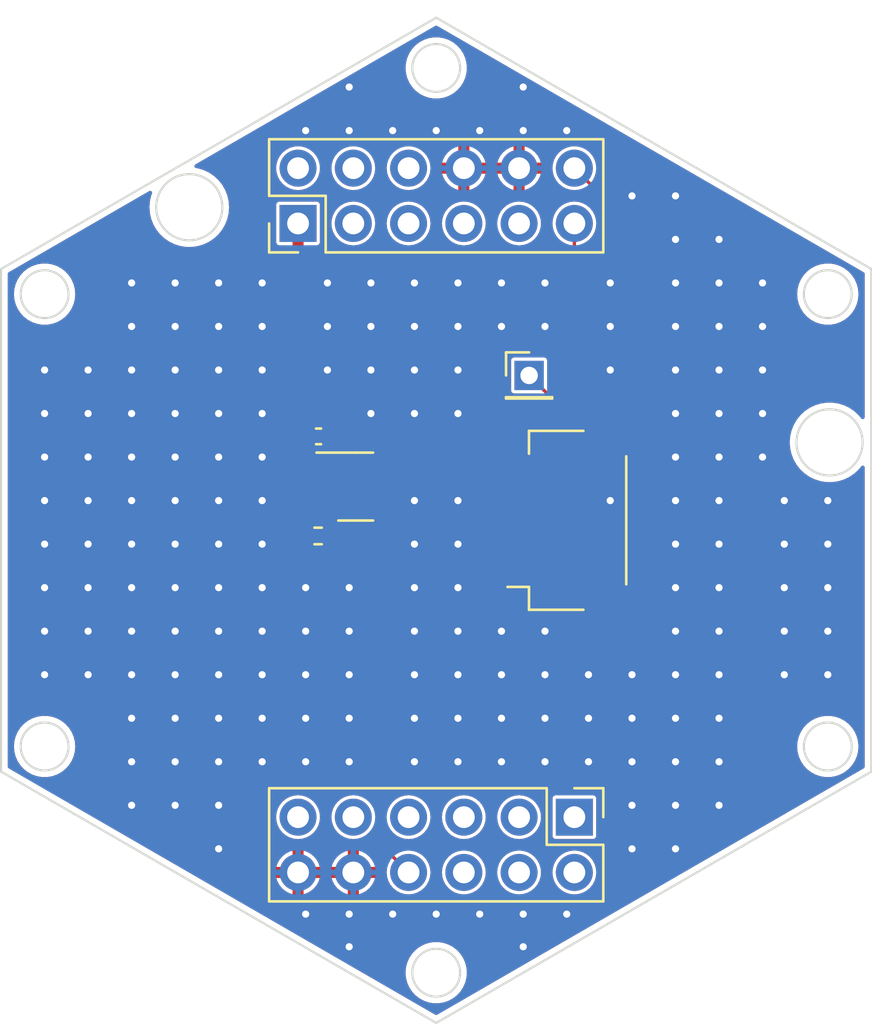
<source format=kicad_pcb>
(kicad_pcb (version 20221018) (generator pcbnew)
  (layers (0 "F.Cu" signal) (31 "B.Cu" signal) (34 "B.Paste" user) (35 "F.Paste" user) (36 "B.SilkS" user "B.Silkscreen") (37 "F.SilkS" user "F.Silkscreen") (38 "B.Mask" user) (39 "F.Mask" user) (44 "Edge.Cuts" user))
  (net 0 "")
  (net 1 "GND")
  (net 2 "/D8")
  (net 3 "/A5")
  (net 4 "/VBAT")
  (net 5 "/RXD")
  (net 6 "/BURN_EN")
  (net 7 "/A3")
  (net 8 "/SDA")
  (net 9 "/SCL")
  (net 10 "/A2")
  (net 11 "/D12")
  (net 12 "/VBUS")
  (net 13 "/BAT_BR")
  (net 14 "/D10")
  (net 15 "/MOSI")
  (net 16 "/D1")
  (net 17 "/SCK")
  (net 18 "/D3")
  (net 19 "/D2")
  (net 20 "/A4")
  (net 21 "/MISO")
  (net 22 "Net-(J3-Pad4)")
  (net 25 "VCC")
  (footprint "Connector_PinHeader_2.00mm:PinHeader_1x01_P2.00mm_Vertical" (layer "F.Cu") (at 154.43 93.448621)
    (fp_text reference "J4" hide)
    (fp_text value "pin")
    (fp_line (start -1.06 -1.06) (end 0 -1.06) (stroke (width 0.12)) (layer "F.SilkS"))
    (fp_line (start -1.06 0) (end -1.06 -1.06) (stroke (width 0.12)) (layer "F.SilkS"))
    (fp_line (start -1.06 1) (end -1.06 1.06) (stroke (width 0.12)) (layer "F.SilkS"))
    (fp_line (start -1.06 1) (end 1.06 1) (stroke (width 0.12)) (layer "F.SilkS"))
    (fp_line (start -1.06 1.06) (end 1.06 1.06) (stroke (width 0.12)) (layer "F.SilkS"))
    (fp_line (start 1.06 1) (end 1.06 1.06) (stroke (width 0.12)) (layer "F.SilkS"))
    (pad "1" thru_hole rect (at 0 0) (size 1.35 1.35) (drill 0.8) (layers "*.Cu" "*.Mask") (net 22 "Net-(J3-Pad4)"))
  )
  (footprint "Connector_PinHeader_2.54mm:PinHeader_2x06_P2.54mm_Vertical" (layer "F.Cu") (at 143.81 86.465599 90)
    (fp_text reference "J1" hide)
    (fp_text value "Conn_02x06_Odd_Even" hide)
    (fp_line (start -1.33 -1.33) (end 0 -1.33) (stroke (width 0.12)) (layer "F.SilkS"))
    (fp_line (start -1.33 0) (end -1.33 -1.33) (stroke (width 0.12)) (layer "F.SilkS"))
    (fp_line (start -1.33 1.27) (end -1.33 14.03) (stroke (width 0.12)) (layer "F.SilkS"))
    (fp_line (start -1.33 1.27) (end 1.27 1.27) (stroke (width 0.12)) (layer "F.SilkS"))
    (fp_line (start -1.33 14.03) (end 3.87 14.03) (stroke (width 0.12)) (layer "F.SilkS"))
    (fp_line (start 1.27 -1.33) (end 3.87 -1.33) (stroke (width 0.12)) (layer "F.SilkS"))
    (fp_line (start 1.27 1.27) (end 1.27 -1.33) (stroke (width 0.12)) (layer "F.SilkS"))
    (fp_line (start 3.87 -1.33) (end 3.87 14.03) (stroke (width 0.12)) (layer "F.SilkS"))
    (pad "1" thru_hole rect (at 0 0 90) (size 1.7 1.7) (drill 1) (layers "*.Cu" "*.Mask") (net 4 "/VBAT"))
    (pad "2" thru_hole oval (at 2.54 0 90) (size 1.7 1.7) (drill 1) (layers "*.Cu" "*.Mask") (net 2 "/D8"))
    (pad "3" thru_hole oval (at 0 2.54 90) (size 1.7 1.7) (drill 1) (layers "*.Cu" "*.Mask") (net 3 "/A5"))
    (pad "4" thru_hole oval (at 2.54 2.54 90) (size 1.7 1.7) (drill 1) (layers "*.Cu" "*.Mask") (net 7 "/A3"))
    (pad "5" thru_hole oval (at 0 5.08 90) (size 1.7 1.7) (drill 1) (layers "*.Cu" "*.Mask") (net 12 "/VBUS"))
    (pad "6" thru_hole oval (at 2.54 5.08 90) (size 1.7 1.7) (drill 1) (layers "*.Cu" "*.Mask") (net 10 "/A2"))
    (pad "7" thru_hole oval (at 0 7.62 90) (size 1.7 1.7) (drill 1) (layers "*.Cu" "*.Mask") (net 5 "/RXD"))
    (pad "8" thru_hole oval (at 2.54 7.62 90) (size 1.7 1.7) (drill 1) (layers "*.Cu" "*.Mask") (net 1 "GND"))
    (pad "9" thru_hole oval (at 0 10.16 90) (size 1.7 1.7) (drill 1) (layers "*.Cu" "*.Mask") (net 6 "/BURN_EN"))
    (pad "10" thru_hole oval (at 2.54 10.16 90) (size 1.7 1.7) (drill 1) (layers "*.Cu" "*.Mask") (net 1 "GND"))
    (pad "11" thru_hole oval (at 0 12.7 90) (size 1.7 1.7) (drill 1) (layers "*.Cu" "*.Mask") (net 8 "/SDA"))
    (pad "12" thru_hole oval (at 2.54 12.7 90) (size 1.7 1.7) (drill 1) (layers "*.Cu" "*.Mask") (net 9 "/SCL"))
  )
  (footprint "Connector_PinHeader_2.54mm:PinHeader_2x06_P2.54mm_Vertical" (layer "F.Cu") (at 156.51 113.743621 -90)
    (fp_text reference "J2" hide)
    (fp_text value "Conn_02x06_Odd_Even" hide)
    (fp_line (start -1.33 -1.33) (end 0 -1.33) (stroke (width 0.12)) (layer "F.SilkS"))
    (fp_line (start -1.33 0) (end -1.33 -1.33) (stroke (width 0.12)) (layer "F.SilkS"))
    (fp_line (start -1.33 1.27) (end -1.33 14.03) (stroke (width 0.12)) (layer "F.SilkS"))
    (fp_line (start -1.33 1.27) (end 1.27 1.27) (stroke (width 0.12)) (layer "F.SilkS"))
    (fp_line (start -1.33 14.03) (end 3.87 14.03) (stroke (width 0.12)) (layer "F.SilkS"))
    (fp_line (start 1.27 -1.33) (end 3.87 -1.33) (stroke (width 0.12)) (layer "F.SilkS"))
    (fp_line (start 1.27 1.27) (end 1.27 -1.33) (stroke (width 0.12)) (layer "F.SilkS"))
    (fp_line (start 3.87 -1.33) (end 3.87 14.03) (stroke (width 0.12)) (layer "F.SilkS"))
    (pad "1" thru_hole rect (at 0 0 270) (size 1.7 1.7) (drill 1) (layers "*.Cu" "*.Mask") (net 11 "/D12"))
    (pad "2" thru_hole oval (at 2.54 0 270) (size 1.7 1.7) (drill 1) (layers "*.Cu" "*.Mask") (net 14 "/D10"))
    (pad "3" thru_hole oval (at 0 2.54 270) (size 1.7 1.7) (drill 1) (layers "*.Cu" "*.Mask") (net 15 "/MOSI"))
    (pad "4" thru_hole oval (at 2.54 2.54 270) (size 1.7 1.7) (drill 1) (layers "*.Cu" "*.Mask") (net 16 "/D1"))
    (pad "5" thru_hole oval (at 0 5.08 270) (size 1.7 1.7) (drill 1) (layers "*.Cu" "*.Mask") (net 17 "/SCK"))
    (pad "6" thru_hole oval (at 2.54 5.08 270) (size 1.7 1.7) (drill 1) (layers "*.Cu" "*.Mask") (net 18 "/D3"))
    (pad "7" thru_hole oval (at 0 7.62 270) (size 1.7 1.7) (drill 1) (layers "*.Cu" "*.Mask") (net 19 "/D2"))
    (pad "8" thru_hole oval (at 2.54 7.62 270) (size 1.7 1.7) (drill 1) (layers "*.Cu" "*.Mask") (net 20 "/A4"))
    (pad "9" thru_hole oval (at 0 10.16 270) (size 1.7 1.7) (drill 1) (layers "*.Cu" "*.Mask") (net 21 "/MISO"))
    (pad "10" thru_hole oval (at 2.54 10.16 270) (size 1.7 1.7) (drill 1) (layers "*.Cu" "*.Mask") (net 1 "GND"))
    (pad "11" thru_hole oval (at 0 12.7 270) (size 1.7 1.7) (drill 1) (layers "*.Cu" "*.Mask") (net 13 "/BAT_BR"))
    (pad "12" thru_hole oval (at 2.54 12.7 270) (size 1.7 1.7) (drill 1) (layers "*.Cu" "*.Mask") (net 1 "GND"))
  )
  (footprint "Package_TO_SOT_SMD:SOT-23-5" (layer "F.Cu") (at 146.46 98.55461)
    (fp_text reference "U1" hide)
    (fp_text value "AP2112K-3.3")
    (fp_line (start 0 -1.56) (end -1.8 -1.56) (stroke (width 0.12)) (layer "F.SilkS"))
    (fp_line (start 0 -1.56) (end 0.8 -1.56) (stroke (width 0.12)) (layer "F.SilkS"))
    (fp_line (start 0 1.56) (end -0.8 1.56) (stroke (width 0.12)) (layer "F.SilkS"))
    (fp_line (start 0 1.56) (end 0.8 1.56) (stroke (width 0.12)) (layer "F.SilkS"))
    (pad "1" smd roundrect (at -1.1375 -0.95) (size 1.325 0.6) (layers "F.Cu" "F.Paste" "F.Mask") (net 4 "/VBAT"))
    (pad "2" smd roundrect (at -1.1375 0) (size 1.325 0.6) (layers "F.Cu" "F.Paste" "F.Mask") (net 1 "GND"))
    (pad "3" smd roundrect (at -1.1375 0.95) (size 1.325 0.6) (layers "F.Cu" "F.Paste" "F.Mask") (net 20 "/A4"))
    (pad "4" smd roundrect (at 1.1375 0.95) (size 1.325 0.6) (layers "F.Cu" "F.Paste" "F.Mask"))
    (pad "5" smd roundrect (at 1.1375 -0.95) (size 1.325 0.6) (layers "F.Cu" "F.Paste" "F.Mask") (net 25 "VCC"))
  )
  (footprint "Resistor_SMD:R_0402_1005Metric_Pad0.72x0.64mm_HandSolder" (layer "F.Cu") (at 144.7325 100.823621 180)
    (fp_text reference "R1" hide)
    (fp_text value "10k")
    (fp_line (start -0.167621 -0.38) (end 0.167621 -0.38) (stroke (width 0.12)) (layer "F.SilkS"))
    (fp_line (start -0.167621 0.38) (end 0.167621 0.38) (stroke (width 0.12)) (layer "F.SilkS"))
    (pad "1" smd roundrect (at -0.5975 0 180) (size 0.715 0.64) (layers "F.Cu" "F.Paste" "F.Mask") (net 20 "/A4"))
    (pad "2" smd roundrect (at 0.5975 0 180) (size 0.715 0.64) (layers "F.Cu" "F.Paste" "F.Mask") (net 1 "GND"))
  )
  (footprint "Connector_JST:JST_SH_SM06B-SRSS-TB_1x06-1MP_P1.00mm_Horizontal" (layer "F.Cu") (at 156.21 100.10461 90)
    (fp_text reference "J3" hide)
    (fp_text value "SM06B-SRSS-TB(LF)(SN)")
    (fp_line (start -4.11 -1.785) (end -3.06 -1.785) (stroke (width 0.12)) (layer "F.SilkS"))
    (fp_line (start -4.11 0.715) (end -4.11 -1.785) (stroke (width 0.12)) (layer "F.SilkS"))
    (fp_line (start -3.06 -1.785) (end -3.06 -2.775) (stroke (width 0.12)) (layer "F.SilkS"))
    (fp_line (start -2.94 2.685) (end 2.94 2.685) (stroke (width 0.12)) (layer "F.SilkS"))
    (fp_line (start 4.11 -1.785) (end 3.06 -1.785) (stroke (width 0.12)) (layer "F.SilkS"))
    (fp_line (start 4.11 0.715) (end 4.11 -1.785) (stroke (width 0.12)) (layer "F.SilkS"))
    (pad "1" smd roundrect (at -2.5 -2 90) (size 0.6 1.55) (layers "F.Cu" "F.Paste" "F.Mask") (net 1 "GND"))
    (pad "2" smd roundrect (at -1.5 -2 90) (size 0.6 1.55) (layers "F.Cu" "F.Paste" "F.Mask") (net 9 "/SCL"))
    (pad "3" smd roundrect (at -0.5 -2 90) (size 0.6 1.55) (layers "F.Cu" "F.Paste" "F.Mask") (net 8 "/SDA"))
    (pad "4" smd roundrect (at 0.5 -2 90) (size 0.6 1.55) (layers "F.Cu" "F.Paste" "F.Mask") (net 22 "Net-(J3-Pad4)"))
    (pad "5" smd roundrect (at 1.5 -2 90) (size 0.6 1.55) (layers "F.Cu" "F.Paste" "F.Mask"))
    (pad "6" smd roundrect (at 2.5 -2 90) (size 0.6 1.55) (layers "F.Cu" "F.Paste" "F.Mask") (net 25 "VCC"))
    (pad "MP" smd roundrect (at -3.8 1.875 90) (size 1.2 1.8) (layers "F.Cu" "F.Paste" "F.Mask") (roundrect_rratio 0.2083333333) (net 1 "GND"))
    (pad "MP" smd roundrect (at 3.8 1.875 90) (size 1.2 1.8) (layers "F.Cu" "F.Paste" "F.Mask") (roundrect_rratio 0.2083333333) (net 1 "GND"))
  )
  (footprint "Capacitor_SMD:C_0402_1005Metric_Pad0.74x0.62mm_HandSolder" (layer "F.Cu") (at 144.7525 96.248621 180)
    (fp_text reference "C1" hide)
    (fp_text value "0.1uF")
    (fp_line (start -0.115835 -0.36) (end 0.115835 -0.36) (stroke (width 0.12)) (layer "F.SilkS"))
    (fp_line (start -0.115835 0.36) (end 0.115835 0.36) (stroke (width 0.12)) (layer "F.SilkS"))
    (pad "1" smd roundrect (at -0.5675 0 180) (size 0.735 0.62) (layers "F.Cu" "F.Paste" "F.Mask") (net 4 "/VBAT"))
    (pad "2" smd roundrect (at 0.5675 0 180) (size 0.735 0.62) (layers "F.Cu" "F.Paste" "F.Mask") (net 1 "GND"))
  )
  (gr_line (start 130.16 88.557605) (end 130.16 111.651615) (stroke (width 0.1)) (layer "Edge.Cuts"))
  (gr_circle (center 168.16 110.496915) (end 169.26 110.496915) (stroke (width 0.1)) (fill none) (layer "Edge.Cuts"))
  (gr_circle (center 138.81 85.719311) (end 139.06 84.219311) (stroke (width 0.1)) (fill none) (layer "Edge.Cuts"))
  (gr_line (start 130.16 111.651615) (end 150.16 123.198621) (stroke (width 0.1)) (layer "Edge.Cuts"))
  (gr_circle (center 168.16 89.712305) (end 169.26 89.712305) (stroke (width 0.1)) (fill none) (layer "Edge.Cuts"))
  (gr_circle (center 132.16 89.712305) (end 133.26 89.712305) (stroke (width 0.1)) (fill none) (layer "Edge.Cuts"))
  (gr_line (start 150.16 77.010599) (end 130.16 88.557605) (stroke (width 0.1)) (layer "Edge.Cuts"))
  (gr_line (start 170.16 88.557605) (end 150.16 77.010599) (stroke (width 0.1)) (layer "Edge.Cuts"))
  (gr_circle (center 168.23931 96.523621) (end 168.48931 95.023621) (stroke (width 0.1)) (fill none) (layer "Edge.Cuts"))
  (gr_circle (center 150.16 79.32) (end 151.26 79.32) (stroke (width 0.1)) (fill none) (layer "Edge.Cuts"))
  (gr_circle (center 150.16 120.88922) (end 151.26 120.88922) (stroke (width 0.1)) (fill none) (layer "Edge.Cuts"))
  (gr_line (start 170.16 111.651615) (end 170.16 88.557605) (stroke (width 0.1)) (layer "Edge.Cuts"))
  (gr_line (start 150.16 123.198621) (end 170.16 111.651615) (stroke (width 0.1)) (layer "Edge.Cuts"))
  (gr_circle (center 132.16 110.496915) (end 133.26 110.496915) (stroke (width 0.1)) (fill none) (layer "Edge.Cuts"))
  (via (at 163.16 89.198621) (size 0.6604) (drill 0.3302) (layers "F.Cu" "B.Cu") (net 1))
  (via (at 138.16 107.198621) (size 0.6604) (drill 0.3302) (layers "F.Cu" "B.Cu") (net 1))
  (via (at 155.16 105.198621) (size 0.6604) (drill 0.3302) (layers "F.Cu" "B.Cu") (net 1))
  (via (at 165.16 91.198621) (size 0.6604) (drill 0.3302) (layers "F.Cu" "B.Cu") (net 1))
  (via (at 165.16 89.198621) (size 0.6604) (drill 0.3302) (layers "F.Cu" "B.Cu") (net 1))
  (via (at 152.16 118.198621) (size 0.6604) (drill 0.3302) (layers "F.Cu" "B.Cu") (net 1))
  (via (at 140.16 91.198621) (size 0.6604) (drill 0.3302) (layers "F.Cu" "B.Cu") (net 1))
  (via (at 134.16 103.198621) (size 0.6604) (drill 0.3302) (layers "F.Cu" "B.Cu") (net 1))
  (via (at 136.16 107.198621) (size 0.6604) (drill 0.3302) (layers "F.Cu" "B.Cu") (net 1))
  (via (at 163.16 93.198621) (size 0.6604) (drill 0.3302) (layers "F.Cu" "B.Cu") (net 1))
  (via (at 140.16 113.198621) (size 0.6604) (drill 0.3302) (layers "F.Cu" "B.Cu") (net 1))
  (via (at 132.16 107.198621) (size 0.6604) (drill 0.3302) (layers "F.Cu" "B.Cu") (net 1))
  (via (at 149.16 103.198621) (size 0.6604) (drill 0.3302) (layers "F.Cu" "B.Cu") (net 1))
  (via (at 134.16 107.198621) (size 0.6604) (drill 0.3302) (layers "F.Cu" "B.Cu") (net 1))
  (via (at 150.16 82.198621) (size 0.6604) (drill 0.3302) (layers "F.Cu" "B.Cu") (net 1))
  (via (at 144.16 107.198621) (size 0.6604) (drill 0.3302) (layers "F.Cu" "B.Cu") (net 1))
  (via (at 142.16 91.198621) (size 0.6604) (drill 0.3302) (layers "F.Cu" "B.Cu") (net 1))
  (via (at 153.16 91.198621) (size 0.6604) (drill 0.3302) (layers "F.Cu" "B.Cu") (net 1))
  (via (at 161.16 107.198621) (size 0.6604) (drill 0.3302) (layers "F.Cu" "B.Cu") (net 1))
  (via (at 146.16 111.198621) (size 0.6604) (drill 0.3302) (layers "F.Cu" "B.Cu") (net 1))
  (via (at 163.16 109.198621) (size 0.6604) (drill 0.3302) (layers "F.Cu" "B.Cu") (net 1))
  (via (at 161.16 113.198621) (size 0.6604) (drill 0.3302) (layers "F.Cu" "B.Cu") (net 1))
  (via (at 166.16 101.198621) (size 0.6604) (drill 0.3302) (layers "F.Cu" "B.Cu") (net 1))
  (via (at 147.16 95.198621) (size 0.6604) (drill 0.3302) (layers "F.Cu" "B.Cu") (net 1))
  (via (at 161.16 105.198621) (size 0.6604) (drill 0.3302) (layers "F.Cu" "B.Cu") (net 1))
  (via (at 144.16 105.198621) (size 0.6604) (drill 0.3302) (layers "F.Cu" "B.Cu") (net 1))
  (via (at 138.16 113.198621) (size 0.6604) (drill 0.3302) (layers "F.Cu" "B.Cu") (net 1))
  (via (at 155.16 111.198621) (size 0.6604) (drill 0.3302) (layers "F.Cu" "B.Cu") (net 1))
  (via (at 140.16 103.198621) (size 0.6604) (drill 0.3302) (layers "F.Cu" "B.Cu") (net 1))
  (via (at 155.16 89.198621) (size 0.6604) (drill 0.3302) (layers "F.Cu" "B.Cu") (net 1))
  (via (at 142.16 105.198621) (size 0.6604) (drill 0.3302) (layers "F.Cu" "B.Cu") (net 1))
  (via (at 140.16 109.198621) (size 0.6604) (drill 0.3302) (layers "F.Cu" "B.Cu") (net 1))
  (via (at 165.16 97.198621) (size 0.6604) (drill 0.3302) (layers "F.Cu" "B.Cu") (net 1))
  (via (at 149.16 95.198621) (size 0.6604) (drill 0.3302) (layers "F.Cu" "B.Cu") (net 1))
  (via (at 149.16 101.198621) (size 0.6604) (drill 0.3302) (layers "F.Cu" "B.Cu") (net 1))
  (via (at 136.16 97.198621) (size 0.6604) (drill 0.3302) (layers "F.Cu" "B.Cu") (net 1))
  (via (at 149.16 105.198621) (size 0.6604) (drill 0.3302) (layers "F.Cu" "B.Cu") (net 1))
  (via (at 161.16 115.198621) (size 0.6604) (drill 0.3302) (layers "F.Cu" "B.Cu") (net 1))
  (via (at 134.16 95.198621) (size 0.6604) (drill 0.3302) (layers "F.Cu" "B.Cu") (net 1))
  (via (at 157.16 107.198621) (size 0.6604) (drill 0.3302) (layers "F.Cu" "B.Cu") (net 1))
  (via (at 166.16 105.198621) (size 0.6604) (drill 0.3302) (layers "F.Cu" "B.Cu") (net 1))
  (via (at 163.16 101.198621) (size 0.6604) (drill 0.3302) (layers "F.Cu" "B.Cu") (net 1))
  (via (at 144.16 103.198621) (size 0.6604) (drill 0.3302) (layers "F.Cu" "B.Cu") (net 1))
  (via (at 149.16 109.198621) (size 0.6604) (drill 0.3302) (layers "F.Cu" "B.Cu") (net 1))
  (via (at 158.16 93.198621) (size 0.6604) (drill 0.3302) (layers "F.Cu" "B.Cu") (net 1))
  (via (at 161.16 111.198621) (size 0.6604) (drill 0.3302) (layers "F.Cu" "B.Cu") (net 1))
  (via (at 138.16 97.198621) (size 0.6604) (drill 0.3302) (layers "F.Cu" "B.Cu") (net 1))
  (via (at 159.16 113.198621) (size 0.6604) (drill 0.3302) (layers "F.Cu" "B.Cu") (net 1))
  (via (at 161.16 91.198621) (size 0.6604) (drill 0.3302) (layers "F.Cu" "B.Cu") (net 1))
  (via (at 140.16 89.198621) (size 0.6604) (drill 0.3302) (layers "F.Cu" "B.Cu") (net 1))
  (via (at 154.16 80.198621) (size 0.6604) (drill 0.3302) (layers "F.Cu" "B.Cu") (net 1))
  (via (at 146.16 82.198621) (size 0.6604) (drill 0.3302) (layers "F.Cu" "B.Cu") (net 1))
  (via (at 146.16 80.198621) (size 0.6604) (drill 0.3302) (layers "F.Cu" "B.Cu") (net 1))
  (via (at 138.16 93.198621) (size 0.6604) (drill 0.3302) (layers "F.Cu" "B.Cu") (net 1))
  (via (at 142.16 93.198621) (size 0.6604) (drill 0.3302) (layers "F.Cu" "B.Cu") (net 1))
  (via (at 149.16 89.198621) (size 0.6604) (drill 0.3302) (layers "F.Cu" "B.Cu") (net 1))
  (via (at 155.16 109.198621) (size 0.6604) (drill 0.3302) (layers "F.Cu" "B.Cu") (net 1))
  (via (at 136.16 111.198621) (size 0.6604) (drill 0.3302) (layers "F.Cu" "B.Cu") (net 1))
  (via (at 140.16 111.198621) (size 0.6604) (drill 0.3302) (layers "F.Cu" "B.Cu") (net 1))
  (via (at 153.16 89.198621) (size 0.6604) (drill 0.3302) (layers "F.Cu" "B.Cu") (net 1))
  (via (at 159.16 85.198621) (size 0.6604) (drill 0.3302) (layers "F.Cu" "B.Cu") (net 1))
  (via (at 159.16 115.198621) (size 0.6604) (drill 0.3302) (layers "F.Cu" "B.Cu") (net 1))
  (via (at 146.16 118.198621) (size 0.6604) (drill 0.3302) (layers "F.Cu" "B.Cu") (net 1))
  (via (at 147.16 93.198621) (size 0.6604) (drill 0.3302) (layers "F.Cu" "B.Cu") (net 1))
  (via (at 156.16 82.198621) (size 0.6604) (drill 0.3302) (layers "F.Cu" "B.Cu") (net 1))
  (via (at 153.16 109.198621) (size 0.6604) (drill 0.3302) (layers "F.Cu" "B.Cu") (net 1))
  (via (at 142.16 109.198621) (size 0.6604) (drill 0.3302) (layers "F.Cu" "B.Cu") (net 1))
  (via (at 140.16 93.198621) (size 0.6604) (drill 0.3302) (layers "F.Cu" "B.Cu") (net 1))
  (via (at 158.16 91.198621) (size 0.6604) (drill 0.3302) (layers "F.Cu" "B.Cu") (net 1))
  (via (at 166.16 103.198621) (size 0.6604) (drill 0.3302) (layers "F.Cu" "B.Cu") (net 1))
  (via (at 161.16 97.198621) (size 0.6604) (drill 0.3302) (layers "F.Cu" "B.Cu") (net 1))
  (via (at 168.16 99.198621) (size 0.6604) (drill 0.3302) (layers "F.Cu" "B.Cu") (net 1))
  (via (at 134.16 101.198621) (size 0.6604) (drill 0.3302) (layers "F.Cu" "B.Cu") (net 1))
  (via (at 142.16 101.198621) (size 0.6604) (drill 0.3302) (layers "F.Cu" "B.Cu") (net 1))
  (via (at 151.16 89.198621) (size 0.6604) (drill 0.3302) (layers "F.Cu" "B.Cu") (net 1))
  (via (at 151.16 99.198621) (size 0.6604) (drill 0.3302) (layers "F.Cu" "B.Cu") (net 1))
  (via (at 163.16 111.198621) (size 0.6604) (drill 0.3302) (layers "F.Cu" "B.Cu") (net 1))
  (via (at 151.16 111.198621) (size 0.6604) (drill 0.3302) (layers "F.Cu" "B.Cu") (net 1))
  (via (at 154.16 82.198621) (size 0.6604) (drill 0.3302) (layers "F.Cu" "B.Cu") (net 1))
  (via (at 145.16 89.198621) (size 0.6604) (drill 0.3302) (layers "F.Cu" "B.Cu") (net 1))
  (via (at 157.16 111.198621) (size 0.6604) (drill 0.3302) (layers "F.Cu" "B.Cu") (net 1))
  (via (at 140.16 97.198621) (size 0.6604) (drill 0.3302) (layers "F.Cu" "B.Cu") (net 1))
  (via (at 146.16 107.198621) (size 0.6604) (drill 0.3302) (layers "F.Cu" "B.Cu") (net 1))
  (via (at 134.16 99.198621) (size 0.6604) (drill 0.3302) (layers "F.Cu" "B.Cu") (net 1))
  (via (at 138.16 99.198621) (size 0.6604) (drill 0.3302) (layers "F.Cu" "B.Cu") (net 1))
  (via (at 144.16 109.198621) (size 0.6604) (drill 0.3302) (layers "F.Cu" "B.Cu") (net 1))
  (via (at 136.16 105.198621) (size 0.6604) (drill 0.3302) (layers "F.Cu" "B.Cu") (net 1))
  (via (at 136.16 95.198621) (size 0.6604) (drill 0.3302) (layers "F.Cu" "B.Cu") (net 1))
  (via (at 158.16 99.198621) (size 0.6604) (drill 0.3302) (layers "F.Cu" "B.Cu") (net 1))
  (via (at 161.16 95.198621) (size 0.6604) (drill 0.3302) (layers "F.Cu" "B.Cu") (net 1))
  (via (at 142.16 95.198621) (size 0.6604) (drill 0.3302) (layers "F.Cu" "B.Cu") (net 1))
  (via (at 166.16 99.198621) (size 0.6604) (drill 0.3302) (layers "F.Cu" "B.Cu") (net 1))
  (via (at 149.16 107.198621) (size 0.6604) (drill 0.3302) (layers "F.Cu" "B.Cu") (net 1))
  (via (at 154.16 119.698621) (size 0.6604) (drill 0.3302) (layers "F.Cu" "B.Cu") (net 1))
  (via (at 163.16 103.198621) (size 0.6604) (drill 0.3302) (layers "F.Cu" "B.Cu") (net 1))
  (via (at 153.16 107.198621) (size 0.6604) (drill 0.3302) (layers "F.Cu" "B.Cu") (net 1))
  (via (at 149.16 111.198621) (size 0.6604) (drill 0.3302) (layers "F.Cu" "B.Cu") (net 1))
  (via (at 154.16 118.198621) (size 0.6604) (drill 0.3302) (layers "F.Cu" "B.Cu") (net 1))
  (via (at 145.16 91.198621) (size 0.6604) (drill 0.3302) (layers "F.Cu" "B.Cu") (net 1))
  (via (at 161.16 89.198621) (size 0.6604) (drill 0.3302) (layers "F.Cu" "B.Cu") (net 1))
  (via (at 146.16 103.198621) (size 0.6604) (drill 0.3302) (layers "F.Cu" "B.Cu") (net 1))
  (via (at 132.16 95.198621) (size 0.6604) (drill 0.3302) (layers "F.Cu" "B.Cu") (net 1))
  (via (at 151.16 95.198621) (size 0.6604) (drill 0.3302) (layers "F.Cu" "B.Cu") (net 1))
  (via (at 148.16 82.198621) (size 0.6604) (drill 0.3302) (layers "F.Cu" "B.Cu") (net 1))
  (via (at 163.16 91.198621) (size 0.6604) (drill 0.3302) (layers "F.Cu" "B.Cu") (net 1))
  (via (at 163.16 87.198621) (size 0.6604) (drill 0.3302) (layers "F.Cu" "B.Cu") (net 1))
  (via (at 166.16 107.198621) (size 0.6604) (drill 0.3302) (layers "F.Cu" "B.Cu") (net 1))
  (via (at 161.16 85.198621) (size 0.6604) (drill 0.3302) (layers "F.Cu" "B.Cu") (net 1))
  (via (at 136.16 91.198621) (size 0.6604) (drill 0.3302) (layers "F.Cu" "B.Cu") (net 1))
  (via (at 168.16 105.198621) (size 0.6604) (drill 0.3302) (layers "F.Cu" "B.Cu") (net 1))
  (via (at 165.16 95.198621) (size 0.6604) (drill 0.3302) (layers "F.Cu" "B.Cu") (net 1))
  (via (at 138.16 89.198621) (size 0.6604) (drill 0.3302) (layers "F.Cu" "B.Cu") (net 1))
  (via (at 140.16 101.198621) (size 0.6604) (drill 0.3302) (layers "F.Cu" "B.Cu") (net 1))
  (via (at 161.16 101.198621) (size 0.6604) (drill 0.3302) (layers "F.Cu" "B.Cu") (net 1))
  (via (at 161.16 93.198621) (size 0.6604) (drill 0.3302) (layers "F.Cu" "B.Cu") (net 1))
  (via (at 134.16 97.198621) (size 0.6604) (drill 0.3302) (layers "F.Cu" "B.Cu") (net 1))
  (via (at 149.16 91.198621) (size 0.6604) (drill 0.3302) (layers "F.Cu" "B.Cu") (net 1))
  (via (at 132.16 99.198621) (size 0.6604) (drill 0.3302) (layers "F.Cu" "B.Cu") (net 1))
  (via (at 138.16 91.198621) (size 0.6604) (drill 0.3302) (layers "F.Cu" "B.Cu") (net 1))
  (via (at 163.16 99.198621) (size 0.6604) (drill 0.3302) (layers "F.Cu" "B.Cu") (net 1))
  (via (at 165.16 93.198621) (size 0.6604) (drill 0.3302) (layers "F.Cu" "B.Cu") (net 1))
  (via (at 138.16 111.198621) (size 0.6604) (drill 0.3302) (layers "F.Cu" "B.Cu") (net 1))
  (via (at 140.16 107.198621) (size 0.6604) (drill 0.3302) (layers "F.Cu" "B.Cu") (net 1))
  (via (at 151.16 91.198621) (size 0.6604) (drill 0.3302) (layers "F.Cu" "B.Cu") (net 1))
  (via (at 134.16 93.198621) (size 0.6604) (drill 0.3302) (layers "F.Cu" "B.Cu") (net 1))
  (via (at 151.16 103.198621) (size 0.6604) (drill 0.3302) (layers "F.Cu" "B.Cu") (net 1))
  (via (at 144.16 82.198621) (size 0.6604) (drill 0.3302) (layers "F.Cu" "B.Cu") (net 1))
  (via (at 148.16 118.198621) (size 0.6604) (drill 0.3302) (layers "F.Cu" "B.Cu") (net 1))
  (via (at 156.16 118.198621) (size 0.6604) (drill 0.3302) (layers "F.Cu" "B.Cu") (net 1))
  (via (at 159.16 109.198621) (size 0.6604) (drill 0.3302) (layers "F.Cu" "B.Cu") (net 1))
  (via (at 140.16 115.198621) (size 0.6604) (drill 0.3302) (layers "F.Cu" "B.Cu") (net 1))
  (via (at 163.16 105.198621) (size 0.6604) (drill 0.3302) (layers "F.Cu" "B.Cu") (net 1))
  (via (at 132.16 97.198621) (size 0.6604) (drill 0.3302) (layers "F.Cu" "B.Cu") (net 1))
  (via (at 146.16 119.698621) (size 0.6604) (drill 0.3302) (layers "F.Cu" "B.Cu") (net 1))
  (via (at 157.16 109.198621) (size 0.6604) (drill 0.3302) (layers "F.Cu" "B.Cu") (net 1))
  (via (at 142.16 89.198621) (size 0.6604) (drill 0.3302) (layers "F.Cu" "B.Cu") (net 1))
  (via (at 159.16 107.198621) (size 0.6604) (drill 0.3302) (layers "F.Cu" "B.Cu") (net 1))
  (via (at 140.16 99.198621) (size 0.6604) (drill 0.3302) (layers "F.Cu" "B.Cu") (net 1))
  (via (at 151.16 93.198621) (size 0.6604) (drill 0.3302) (layers "F.Cu" "B.Cu") (net 1))
  (via (at 149.16 99.198621) (size 0.6604) (drill 0.3302) (layers "F.Cu" "B.Cu") (net 1))
  (via (at 136.16 103.198621) (size 0.6604) (drill 0.3302) (layers "F.Cu" "B.Cu") (net 1))
  (via (at 147.16 91.198621) (size 0.6604) (drill 0.3302) (layers "F.Cu" "B.Cu") (net 1))
  (via (at 136.16 109.198621) (size 0.6604) (drill 0.3302) (layers "F.Cu" "B.Cu") (net 1))
  (via (at 136.16 93.198621) (size 0.6604) (drill 0.3302) (layers "F.Cu" "B.Cu") (net 1))
  (via (at 132.16 101.198621) (size 0.6604) (drill 0.3302) (layers "F.Cu" "B.Cu") (net 1))
  (via (at 163.16 107.198621) (size 0.6604) (drill 0.3302) (layers "F.Cu" "B.Cu") (net 1))
  (via (at 155.16 91.198621) (size 0.6604) (drill 0.3302) (layers "F.Cu" "B.Cu") (net 1))
  (via (at 138.16 109.198621) (size 0.6604) (drill 0.3302) (layers "F.Cu" "B.Cu") (net 1))
  (via (at 132.16 105.198621) (size 0.6604) (drill 0.3302) (layers "F.Cu" "B.Cu") (net 1))
  (via (at 132.16 93.198621) (size 0.6604) (drill 0.3302) (layers "F.Cu" "B.Cu") (net 1))
  (via (at 158.16 89.198621) (size 0.6604) (drill 0.3302) (layers "F.Cu" "B.Cu") (net 1))
  (via (at 151.16 107.198621) (size 0.6604) (drill 0.3302) (layers "F.Cu" "B.Cu") (net 1))
  (via (at 168.16 107.198621) (size 0.6604) (drill 0.3302) (layers "F.Cu" "B.Cu") (net 1))
  (via (at 153.16 111.198621) (size 0.6604) (drill 0.3302) (layers "F.Cu" "B.Cu") (net 1))
  (via (at 161.16 99.198621) (size 0.6604) (drill 0.3302) (layers "F.Cu" "B.Cu") (net 1))
  (via (at 134.16 105.198621) (size 0.6604) (drill 0.3302) (layers "F.Cu" "B.Cu") (net 1))
  (via (at 149.16 93.198621) (size 0.6604) (drill 0.3302) (layers "F.Cu" "B.Cu") (net 1))
  (via (at 142.16 107.198621) (size 0.6604) (drill 0.3302) (layers "F.Cu" "B.Cu") (net 1))
  (via (at 152.16 82.198621) (size 0.6604) (drill 0.3302) (layers "F.Cu" "B.Cu") (net 1))
  (via (at 150.16 118.198621) (size 0.6604) (drill 0.3302) (layers "F.Cu" "B.Cu") (net 1))
  (via (at 147.16 89.198621) (size 0.6604) (drill 0.3302) (layers "F.Cu" "B.Cu") (net 1))
  (via (at 151.16 101.198621) (size 0.6604) (drill 0.3302) (layers "F.Cu" "B.Cu") (net 1))
  (via (at 168.16 103.198621) (size 0.6604) (drill 0.3302) (layers "F.Cu" "B.Cu") (net 1))
  (via (at 146.16 105.198621) (size 0.6604) (drill 0.3302) (layers "F.Cu" "B.Cu") (net 1))
  (via (at 151.16 105.198621) (size 0.6604) (drill 0.3302) (layers "F.Cu" "B.Cu") (net 1))
  (via (at 140.16 105.198621) (size 0.6604) (drill 0.3302) (layers "F.Cu" "B.Cu") (net 1))
  (via (at 138.16 95.198621) (size 0.6604) (drill 0.3302) (layers "F.Cu" "B.Cu") (net 1))
  (via (at 136.16 101.198621) (size 0.6604) (drill 0.3302) (layers "F.Cu" "B.Cu") (net 1))
  (via (at 163.16 97.198621) (size 0.6604) (drill 0.3302) (layers "F.Cu" "B.Cu") (net 1))
  (via (at 132.16 103.198621) (size 0.6604) (drill 0.3302) (layers "F.Cu" "B.Cu") (net 1))
  (via (at 153.16 105.198621) (size 0.6604) (drill 0.3302) (layers "F.Cu" "B.Cu") (net 1))
  (via (at 142.16 97.198621) (size 0.6604) (drill 0.3302) (layers "F.Cu" "B.Cu") (net 1))
  (via (at 142.16 99.198621) (size 0.6604) (drill 0.3302) (layers "F.Cu" "B.Cu") (net 1))
  (via (at 159.16 111.198621) (size 0.6604) (drill 0.3302) (layers "F.Cu" "B.Cu") (net 1))
  (via (at 138.16 105.198621) (size 0.6604) (drill 0.3302) (layers "F.Cu" "B.Cu") (net 1))
  (via (at 144.16 118.198621) (size 0.6604) (drill 0.3302) (layers "F.Cu" "B.Cu") (net 1))
  (via (at 142.16 111.198621) (size 0.6604) (drill 0.3302) (layers "F.Cu" "B.Cu") (net 1))
  (via (at 146.16 109.198621) (size 0.6604) (drill 0.3302) (layers "F.Cu" "B.Cu") (net 1))
  (via (at 161.16 103.198621) (size 0.6604) (drill 0.3302) (layers "F.Cu" "B.Cu") (net 1))
  (via (at 144.16 111.198621) (size 0.6604) (drill 0.3302) (layers "F.Cu" "B.Cu") (net 1))
  (via (at 136.16 99.198621) (size 0.6604) (drill 0.3302) (layers "F.Cu" "B.Cu") (net 1))
  (via (at 168.16 101.198621) (size 0.6604) (drill 0.3302) (layers "F.Cu" "B.Cu") (net 1))
  (via (at 145.16 93.198621) (size 0.6604) (drill 0.3302) (layers "F.Cu" "B.Cu") (net 1))
  (via (at 136.16 89.198621) (size 0.6604) (drill 0.3302) (layers "F.Cu" "B.Cu") (net 1))
  (via (at 142.16 103.198621) (size 0.6604) (drill 0.3302) (layers "F.Cu" "B.Cu") (net 1))
  (via (at 138.16 103.198621) (size 0.6604) (drill 0.3302) (layers "F.Cu" "B.Cu") (net 1))
  (via (at 155.16 107.198621) (size 0.6604) (drill 0.3302) (layers "F.Cu" "B.Cu") (net 1))
  (via (at 136.16 113.198621) (size 0.6604) (drill 0.3302) (layers "F.Cu" "B.Cu") (net 1))
  (via (at 161.16 109.198621) (size 0.6604) (drill 0.3302) (layers "F.Cu" "B.Cu") (net 1))
  (via (at 151.16 109.198621) (size 0.6604) (drill 0.3302) (layers "F.Cu" "B.Cu") (net 1))
  (via (at 163.16 113.198621) (size 0.6604) (drill 0.3302) (layers "F.Cu" "B.Cu") (net 1))
  (via (at 140.16 95.198621) (size 0.6604) (drill 0.3302) (layers "F.Cu" "B.Cu") (net 1))
  (via (at 138.16 101.198621) (size 0.6604) (drill 0.3302) (layers "F.Cu" "B.Cu") (net 1))
  (via (at 163.16 95.198621) (size 0.6604) (drill 0.3302) (layers "F.Cu" "B.Cu") (net 1))
  (via (at 161.16 87.198621) (size 0.6604) (drill 0.3302) (layers "F.Cu" "B.Cu") (net 1))
  (segment (start 143.81 93.173621) (end 143.81 86.465599) (width 0.508) (layer "F.Cu") (net 4))
  (segment (start 145.3225 97.60461) (end 145.3225 96.251121) (width 0.508) (layer "F.Cu") (net 4))
  (segment (start 145.3225 96.251121) (end 145.32 96.248621) (width 0.508) (layer "F.Cu") (net 4))
  (segment (start 145.32 96.248621) (end 145.32 94.683621) (width 0.508) (layer "F.Cu") (net 4))
  (segment (start 145.32 94.683621) (end 143.81 93.173621) (width 0.508) (layer "F.Cu") (net 4))
  (segment (start 154.21 100.60461) (end 154.704011 100.60461) (width 0.1524) (layer "F.Cu") (net 8))
  (segment (start 154.704011 100.60461) (end 156.51 98.798621) (width 0.1524) (layer "F.Cu") (net 8))
  (segment (start 156.51 98.798621) (end 156.51 86.465599) (width 0.1524) (layer "F.Cu") (net 8))
  (segment (start 160.01 99.248621) (end 157.654011 101.60461) (width 0.1524) (layer "F.Cu") (net 9))
  (segment (start 157.654011 101.60461) (end 154.21 101.60461) (width 0.1524) (layer "F.Cu") (net 9))
  (segment (start 156.51 83.925599) (end 160.01 87.425599) (width 0.1524) (layer "F.Cu") (net 9))
  (segment (start 160.01 87.425599) (end 160.01 99.248621) (width 0.1524) (layer "F.Cu") (net 9))
  (segment (start 145.33 100.823621) (end 145.33 99.51211) (width 0.1524) (layer "F.Cu") (net 20))
  (segment (start 145.33 99.51211) (end 145.3225 99.50461) (width 0.1524) (layer "F.Cu") (net 20))
  (segment (start 147.61 115.003621) (end 147.61 103.103621) (width 0.1524) (layer "F.Cu") (net 20))
  (segment (start 148.89 116.283621) (end 147.61 115.003621) (width 0.1524) (layer "F.Cu") (net 20))
  (segment (start 147.61 103.103621) (end 145.33 100.823621) (width 0.1524) (layer "F.Cu") (net 20))
  (segment (start 154.21 99.60461) (end 155.154011 99.60461) (width 0.1524) (layer "F.Cu") (net 22))
  (segment (start 155.835 94.853621) (end 154.43 93.448621) (width 0.1524) (layer "F.Cu") (net 22))
  (segment (start 155.835 98.923621) (end 155.835 94.853621) (width 0.1524) (layer "F.Cu") (net 22))
  (segment (start 155.154011 99.60461) (end 155.835 98.923621) (width 0.1524) (layer "F.Cu") (net 22))
  (segment (start 147.5975 97.60461) (end 154.21 97.60461) (width 0.508) (layer "F.Cu") (net 25))
  (zone (net 1) (net_name "GND") (layer "F.Cu") (connect_pads (clearance 0.1524)) (min_thickness 0.1778) (fill yes (thermal_gap 0.1778) (thermal_bridge_width 0.508))
    (polygon (pts (xy 170.16 123.198621) (xy 130.16 123.198621) (xy 130.16 76.198621) (xy 170.16 76.198621)))
  )
  (zone (net 1) (net_name "GND") (layer "B.Cu") (connect_pads (clearance 0.1524)) (min_thickness 0.1778) (fill yes (thermal_gap 0.1778) (thermal_bridge_width 0.254))
    (polygon (pts (xy 130.16 76.198621) (xy 170.16 76.198621) (xy 170.16 123.198621) (xy 130.16 123.198621)))
  )
)
</source>
